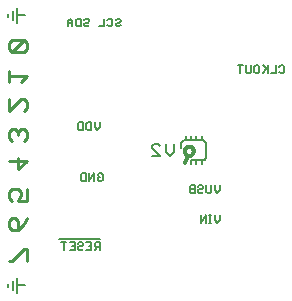
<source format=gbo>
G75*
G70*
%OFA0B0*%
%FSLAX24Y24*%
%IPPOS*%
%LPD*%
%AMOC8*
5,1,8,0,0,1.08239X$1,22.5*
%
%ADD10C,0.0050*%
%ADD11C,0.0110*%
%ADD12C,0.0080*%
%ADD13C,0.0075*%
%ADD14C,0.0060*%
%ADD15C,0.0120*%
D10*
X011576Y008998D02*
X012957Y008998D01*
X012932Y008898D02*
X012807Y008898D01*
X012765Y008856D01*
X012765Y008773D01*
X012807Y008731D01*
X012932Y008731D01*
X012932Y008648D02*
X012932Y008898D01*
X012848Y008731D02*
X012765Y008648D01*
X012656Y008648D02*
X012489Y008648D01*
X012379Y008689D02*
X012338Y008648D01*
X012254Y008648D01*
X012213Y008689D01*
X012213Y008731D01*
X012254Y008773D01*
X012338Y008773D01*
X012379Y008814D01*
X012379Y008856D01*
X012338Y008898D01*
X012254Y008898D01*
X012213Y008856D01*
X012103Y008898D02*
X012103Y008648D01*
X011936Y008648D01*
X012020Y008773D02*
X012103Y008773D01*
X012103Y008898D02*
X011936Y008898D01*
X011827Y008898D02*
X011660Y008898D01*
X011744Y008898D02*
X011744Y008648D01*
X012489Y008898D02*
X012656Y008898D01*
X012656Y008648D01*
X012656Y008773D02*
X012572Y008773D01*
X012589Y010948D02*
X012589Y011198D01*
X012479Y011198D02*
X012479Y010948D01*
X012354Y010948D01*
X012313Y010989D01*
X012313Y011156D01*
X012354Y011198D01*
X012479Y011198D01*
X012589Y010948D02*
X012756Y011198D01*
X012756Y010948D01*
X012865Y010989D02*
X012865Y011073D01*
X012948Y011073D01*
X012865Y011156D02*
X012907Y011198D01*
X012990Y011198D01*
X013032Y011156D01*
X013032Y010989D01*
X012990Y010948D01*
X012907Y010948D01*
X012865Y010989D01*
X012848Y012648D02*
X012765Y012731D01*
X012765Y012898D01*
X012656Y012898D02*
X012531Y012898D01*
X012489Y012856D01*
X012489Y012689D01*
X012531Y012648D01*
X012656Y012648D01*
X012656Y012898D01*
X012932Y012898D02*
X012932Y012731D01*
X012848Y012648D01*
X012379Y012648D02*
X012379Y012898D01*
X012254Y012898D01*
X012213Y012856D01*
X012213Y012689D01*
X012254Y012648D01*
X012379Y012648D01*
X015936Y010756D02*
X015936Y010714D01*
X015978Y010673D01*
X016103Y010673D01*
X016213Y010631D02*
X016213Y010589D01*
X016254Y010548D01*
X016338Y010548D01*
X016379Y010589D01*
X016338Y010673D02*
X016254Y010673D01*
X016213Y010631D01*
X016213Y010756D02*
X016254Y010798D01*
X016338Y010798D01*
X016379Y010756D01*
X016379Y010714D01*
X016338Y010673D01*
X016489Y010589D02*
X016489Y010798D01*
X016656Y010798D02*
X016656Y010589D01*
X016614Y010548D01*
X016531Y010548D01*
X016489Y010589D01*
X016765Y010631D02*
X016765Y010798D01*
X016932Y010798D02*
X016932Y010631D01*
X016848Y010548D01*
X016765Y010631D01*
X016103Y010548D02*
X015978Y010548D01*
X015936Y010589D01*
X015936Y010631D01*
X015978Y010673D01*
X015936Y010756D02*
X015978Y010798D01*
X016103Y010798D01*
X016103Y010548D01*
X016305Y009798D02*
X016305Y009548D01*
X016471Y009798D01*
X016471Y009548D01*
X016572Y009548D02*
X016656Y009548D01*
X016614Y009548D02*
X016614Y009798D01*
X016656Y009798D02*
X016572Y009798D01*
X016765Y009798D02*
X016765Y009631D01*
X016848Y009548D01*
X016932Y009631D01*
X016932Y009798D01*
X017625Y014548D02*
X017625Y014798D01*
X017708Y014798D02*
X017541Y014798D01*
X017818Y014798D02*
X017818Y014589D01*
X017859Y014548D01*
X017943Y014548D01*
X017984Y014589D01*
X017984Y014798D01*
X018094Y014756D02*
X018136Y014798D01*
X018219Y014798D01*
X018261Y014756D01*
X018261Y014589D01*
X018219Y014548D01*
X018136Y014548D01*
X018094Y014589D01*
X018094Y014756D01*
X018370Y014798D02*
X018537Y014631D01*
X018495Y014673D02*
X018370Y014548D01*
X018537Y014548D02*
X018537Y014798D01*
X018813Y014798D02*
X018813Y014548D01*
X018646Y014548D01*
X018922Y014589D02*
X018964Y014548D01*
X019048Y014548D01*
X019089Y014589D01*
X019089Y014756D01*
X019048Y014798D01*
X018964Y014798D01*
X018922Y014756D01*
X013636Y016139D02*
X013594Y016098D01*
X013510Y016098D01*
X013469Y016139D01*
X013469Y016181D01*
X013510Y016223D01*
X013594Y016223D01*
X013636Y016264D01*
X013636Y016306D01*
X013594Y016348D01*
X013510Y016348D01*
X013469Y016306D01*
X013359Y016306D02*
X013359Y016139D01*
X013318Y016098D01*
X013234Y016098D01*
X013193Y016139D01*
X013083Y016098D02*
X013083Y016348D01*
X013193Y016306D02*
X013234Y016348D01*
X013318Y016348D01*
X013359Y016306D01*
X013083Y016098D02*
X012916Y016098D01*
X012582Y016139D02*
X012540Y016098D01*
X012457Y016098D01*
X012415Y016139D01*
X012415Y016181D01*
X012457Y016223D01*
X012540Y016223D01*
X012582Y016264D01*
X012582Y016306D01*
X012540Y016348D01*
X012457Y016348D01*
X012415Y016306D01*
X012306Y016348D02*
X012181Y016348D01*
X012139Y016306D01*
X012139Y016139D01*
X012181Y016098D01*
X012306Y016098D01*
X012306Y016348D01*
X012029Y016264D02*
X011946Y016348D01*
X011863Y016264D01*
X011863Y016098D01*
X011863Y016223D02*
X012029Y016223D01*
X012029Y016264D02*
X012029Y016098D01*
D11*
X010502Y015553D02*
X010502Y015356D01*
X010404Y015258D01*
X010010Y015258D01*
X010404Y015652D01*
X010010Y015652D01*
X009912Y015553D01*
X009912Y015356D01*
X010010Y015258D01*
X010404Y015652D02*
X010502Y015553D01*
X009912Y014627D02*
X009912Y014233D01*
X009912Y014430D02*
X010502Y014430D01*
X010306Y014233D01*
X010306Y013677D02*
X010404Y013677D01*
X010502Y013578D01*
X010502Y013381D01*
X010404Y013283D01*
X010306Y013677D02*
X009912Y013283D01*
X009912Y013677D01*
X010010Y012677D02*
X009912Y012578D01*
X009912Y012381D01*
X010010Y012283D01*
X010207Y012480D02*
X010207Y012578D01*
X010109Y012677D01*
X010010Y012677D01*
X010207Y012578D02*
X010306Y012677D01*
X010404Y012677D01*
X010502Y012578D01*
X010502Y012381D01*
X010404Y012283D01*
X010207Y011727D02*
X010207Y011333D01*
X010502Y011628D01*
X009912Y011628D01*
X010010Y010677D02*
X009912Y010578D01*
X009912Y010381D01*
X010010Y010283D01*
X010207Y010283D02*
X010306Y010480D01*
X010306Y010578D01*
X010207Y010677D01*
X010010Y010677D01*
X010207Y010283D02*
X010502Y010283D01*
X010502Y010677D01*
X010502Y009702D02*
X010404Y009505D01*
X010207Y009308D01*
X010207Y009603D01*
X010109Y009702D01*
X010010Y009702D01*
X009912Y009603D01*
X009912Y009406D01*
X010010Y009308D01*
X010207Y009308D01*
X010404Y008677D02*
X010010Y008283D01*
X009912Y008283D01*
X010502Y008283D02*
X010502Y008677D01*
X010404Y008677D01*
D12*
X014676Y011763D02*
X014956Y011763D01*
X014676Y012043D01*
X014676Y012113D01*
X014746Y012183D01*
X014886Y012183D01*
X014956Y012113D01*
X015137Y012183D02*
X015137Y011903D01*
X015277Y011763D01*
X015417Y011903D01*
X015417Y012183D01*
D13*
X009882Y007523D02*
X009882Y007423D01*
X010032Y007323D02*
X010032Y007623D01*
X010182Y007723D02*
X010182Y007473D01*
X010182Y007223D01*
X010182Y007473D02*
X010457Y007473D01*
X010182Y016223D02*
X010182Y016473D01*
X010182Y016723D01*
X010032Y016623D02*
X010032Y016323D01*
X009882Y016423D02*
X009882Y016523D01*
X010182Y016473D02*
X010457Y016473D01*
D14*
X015807Y012448D02*
X015807Y012298D01*
X015757Y012298D01*
X015807Y012298D02*
X015982Y012298D01*
X015982Y012448D01*
X015982Y012298D02*
X016157Y012298D01*
X016157Y012448D01*
X016157Y012298D02*
X016332Y012298D01*
X016332Y012448D01*
X016332Y012298D02*
X016382Y012298D01*
X016399Y012296D01*
X016416Y012292D01*
X016432Y012285D01*
X016446Y012275D01*
X016459Y012262D01*
X016469Y012248D01*
X016476Y012232D01*
X016480Y012215D01*
X016482Y012198D01*
X016482Y011748D01*
X016480Y011731D01*
X016476Y011714D01*
X016469Y011698D01*
X016459Y011684D01*
X016446Y011671D01*
X016432Y011661D01*
X016416Y011654D01*
X016399Y011650D01*
X016382Y011648D01*
X015982Y011648D01*
X015982Y011498D01*
X016157Y011498D02*
X016157Y011648D01*
X016332Y011648D02*
X016332Y011498D01*
X015657Y012048D02*
X015657Y012198D01*
X015659Y012215D01*
X015663Y012232D01*
X015670Y012248D01*
X015680Y012262D01*
X015693Y012275D01*
X015707Y012285D01*
X015723Y012292D01*
X015740Y012296D01*
X015757Y012298D01*
D15*
X015772Y011933D02*
X015774Y011957D01*
X015780Y011981D01*
X015789Y012003D01*
X015802Y012023D01*
X015818Y012041D01*
X015837Y012056D01*
X015858Y012069D01*
X015880Y012077D01*
X015904Y012082D01*
X015928Y012083D01*
X015952Y012080D01*
X015975Y012073D01*
X015997Y012063D01*
X016017Y012049D01*
X016034Y012032D01*
X016049Y012013D01*
X016060Y011992D01*
X016068Y011969D01*
X016072Y011945D01*
X016072Y011921D01*
X016068Y011897D01*
X016060Y011874D01*
X016049Y011853D01*
X016034Y011834D01*
X016017Y011817D01*
X015997Y011803D01*
X015975Y011793D01*
X015952Y011786D01*
X015928Y011783D01*
X015904Y011784D01*
X015880Y011789D01*
X015858Y011797D01*
X015837Y011810D01*
X015818Y011825D01*
X015802Y011843D01*
X015789Y011863D01*
X015780Y011885D01*
X015774Y011909D01*
X015772Y011933D01*
X015867Y011783D02*
X015792Y011533D01*
M02*

</source>
